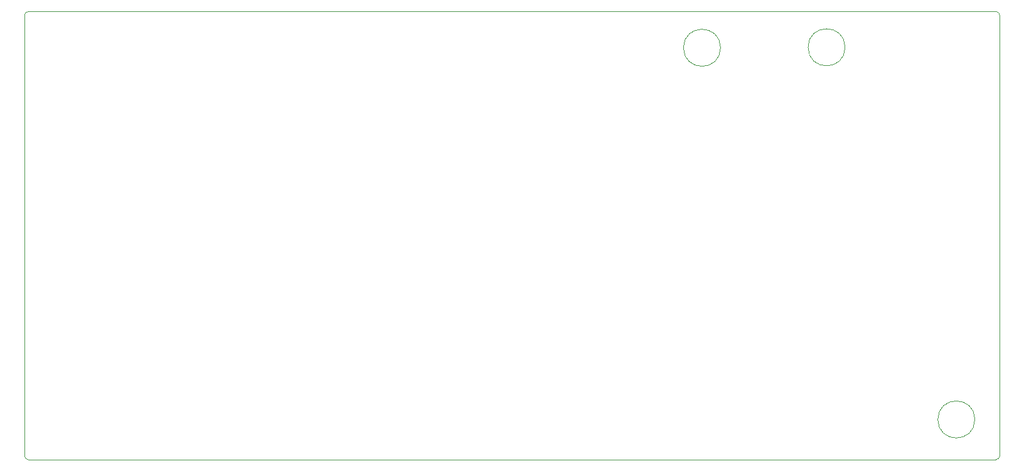
<source format=gbr>
%TF.GenerationSoftware,KiCad,Pcbnew,9.0.4-9.0.4-0~ubuntu24.04.1*%
%TF.CreationDate,2025-09-01T10:39:58-05:00*%
%TF.ProjectId,amplifier,616d706c-6966-4696-9572-2e6b69636164,rev?*%
%TF.SameCoordinates,Original*%
%TF.FileFunction,Profile,NP*%
%FSLAX46Y46*%
G04 Gerber Fmt 4.6, Leading zero omitted, Abs format (unit mm)*
G04 Created by KiCad (PCBNEW 9.0.4-9.0.4-0~ubuntu24.04.1) date 2025-09-01 10:39:58*
%MOMM*%
%LPD*%
G01*
G04 APERTURE LIST*
%TA.AperFunction,Profile*%
%ADD10C,0.050000*%
%TD*%
G04 APERTURE END LIST*
D10*
X215990000Y-124580000D02*
G75*
G02*
X210990000Y-124580000I-2500000J0D01*
G01*
X210990000Y-124580000D02*
G75*
G02*
X215990000Y-124580000I2500000J0D01*
G01*
X218840000Y-69510000D02*
G75*
G02*
X219340000Y-70010000I0J-500000D01*
G01*
X181670000Y-74400000D02*
G75*
G02*
X176670000Y-74400000I-2500000J0D01*
G01*
X176670000Y-74400000D02*
G75*
G02*
X181670000Y-74400000I2500000J0D01*
G01*
X88260000Y-130000000D02*
G75*
G02*
X87760000Y-129500000I0J500000D01*
G01*
X88260000Y-69510000D02*
X218840000Y-69510000D01*
X198480000Y-74340000D02*
G75*
G02*
X193480000Y-74340000I-2500000J0D01*
G01*
X193480000Y-74340000D02*
G75*
G02*
X198480000Y-74340000I2500000J0D01*
G01*
X219340000Y-70010000D02*
X219340000Y-129500000D01*
X87760000Y-70010000D02*
G75*
G02*
X88260000Y-69510000I500000J0D01*
G01*
X87760000Y-129500000D02*
X87760000Y-70010000D01*
X219340000Y-129500000D02*
G75*
G02*
X218840000Y-130000000I-500000J0D01*
G01*
X218840000Y-130000000D02*
X88260000Y-130000000D01*
M02*

</source>
